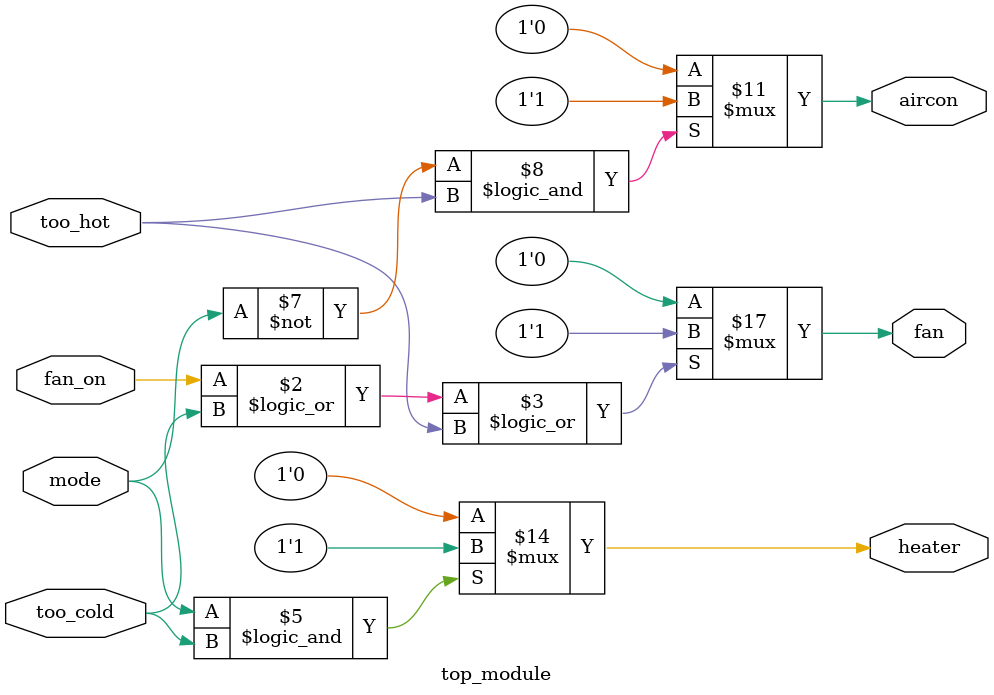
<source format=sv>
module top_module(
    input wire mode,
    input wire too_cold,
    input wire too_hot,
    input wire fan_on,
    output reg heater,
    output reg aircon,
    output reg fan
);

    // Fan control
    always @(*)
    begin
        if (fan_on || too_cold || too_hot)
            fan = 1'b1;
        else
            fan = 1'b0;
    end

    // Heater control
    always @(*)
    begin
        if (mode && too_cold)
            heater = 1'b1;
        else
            heater = 1'b0;
    end

    // Aircon control
    always @(*)
    begin
        if (~mode && too_hot)
            aircon = 1'b1;
        else
            aircon = 1'b0;
    end

    always @(posedge clk)
    begin
        // Insert more accurate sampling of signals here
    end

endmodule

</source>
